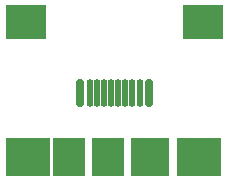
<source format=gts>
G04*
G04 #@! TF.GenerationSoftware,Altium Limited,Altium Designer,18.0.11 (651)*
G04*
G04 Layer_Color=8388736*
%FSTAX24Y24*%
%MOIN*%
G70*
G01*
G75*
%ADD12R,0.1378X0.1181*%
%ADD17R,0.1458X0.1261*%
%ADD18R,0.1064X0.1261*%
%ADD19R,0.1261X0.1261*%
G04:AMPARAMS|DCode=20|XSize=27.7mil|YSize=90.7mil|CornerRadius=8.9mil|HoleSize=0mil|Usage=FLASHONLY|Rotation=0.000|XOffset=0mil|YOffset=0mil|HoleType=Round|Shape=RoundedRectangle|*
%AMROUNDEDRECTD20*
21,1,0.0277,0.0728,0,0,0.0*
21,1,0.0098,0.0907,0,0,0.0*
1,1,0.0178,0.0049,-0.0364*
1,1,0.0178,-0.0049,-0.0364*
1,1,0.0178,-0.0049,0.0364*
1,1,0.0178,0.0049,0.0364*
%
%ADD20ROUNDEDRECTD20*%
G04:AMPARAMS|DCode=21|XSize=21.8mil|YSize=90.7mil|CornerRadius=7.4mil|HoleSize=0mil|Usage=FLASHONLY|Rotation=0.000|XOffset=0mil|YOffset=0mil|HoleType=Round|Shape=RoundedRectangle|*
%AMROUNDEDRECTD21*
21,1,0.0218,0.0758,0,0,0.0*
21,1,0.0069,0.0907,0,0,0.0*
1,1,0.0149,0.0034,-0.0379*
1,1,0.0149,-0.0034,-0.0379*
1,1,0.0149,-0.0034,0.0379*
1,1,0.0149,0.0034,0.0379*
%
%ADD21ROUNDEDRECTD21*%
D12*
X016693Y015236D02*
D03*
X010787D02*
D03*
D17*
X01084Y010728D02*
D03*
X01655D02*
D03*
D18*
X01223D02*
D03*
X0135D02*
D03*
D19*
X01491D02*
D03*
D20*
X012598Y012854D02*
D03*
X014882D02*
D03*
D21*
X014567D02*
D03*
X012913D02*
D03*
X014331D02*
D03*
X01315D02*
D03*
X014094D02*
D03*
X013386D02*
D03*
X013622D02*
D03*
X013858D02*
D03*
M02*

</source>
